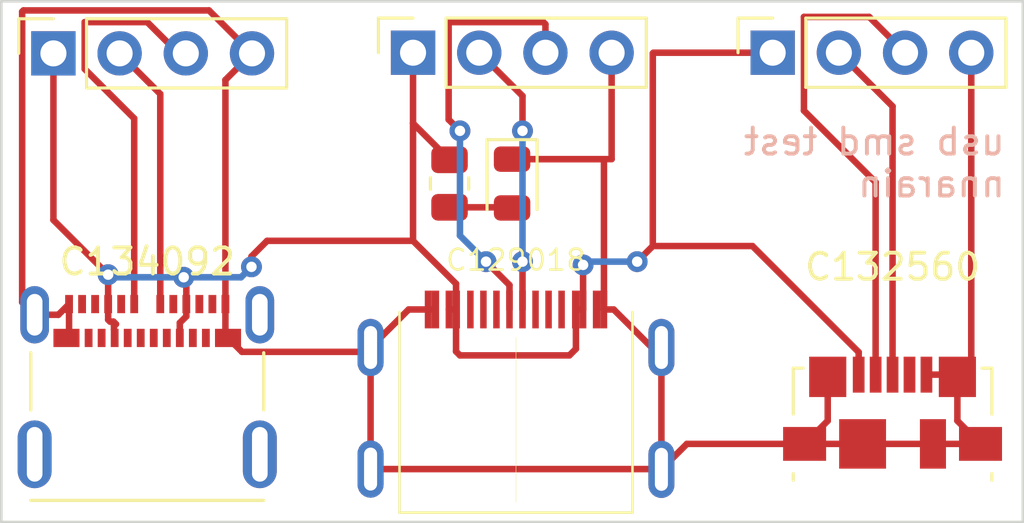
<source format=kicad_pcb>
(kicad_pcb (version 20211014) (generator pcbnew)
  (layers (0 "F.Cu" signal) (31 "B.Cu" signal) (34 "B.Paste" user) (35 "F.Paste" user) (36 "B.SilkS" user "B.Silkscreen") (37 "F.SilkS" user "F.Silkscreen") (38 "B.Mask" user) (39 "F.Mask" user) (44 "Edge.Cuts" user))
  (net 0 "")
  (net 1 "GND")
  (net 2 "VBUS")
  (net 3 "Net-(J1-Pad2)")
  (net 4 "Net-(J1-Pad3)")
  (net 5 "Net-(J2-Pad2)")
  (net 6 "Net-(J2-Pad3)")
  (net 7 "Net-(J3-Pad2)")
  (net 8 "Net-(J3-Pad3)")
  (net 14 "Net-(D1-Pad2)")
  (footprint "Connector_USB:USB_Micro-B_Molex_47346-0001" (layer "F.Cu") (at 127.4 97.2)
    (fp_text reference "J3" hide)
    (fp_text value "C132560" (at 0 -5.6 180) (layer "F.SilkS"))
    (fp_line (start 3.81 2.34) (end 3.81 2.6) (layer "F.SilkS") (width 0.12))
    (fp_line (start -3.81 2.6) (end -3.81 2.34) (layer "F.SilkS") (width 0.12))
    (fp_line (start 3.81 -1.71) (end 3.43 -1.71) (layer "F.SilkS") (width 0.12))
    (fp_line (start -3.81 -1.71) (end -3.43 -1.71) (layer "F.SilkS") (width 0.12))
    (fp_line (start -3.81 0.06) (end -3.81 -1.71) (layer "F.SilkS") (width 0.12))
    (fp_line (start 3.81 -1.71) (end 3.81 0.06) (layer "F.SilkS") (width 0.12))
    (pad "1" smd rect locked (at -1.3 -1.46) (size 0.45 1.38) (layers "F.Cu" "F.Paste" "F.Mask") (net 2 "VBUS"))
    (pad "2" smd rect locked (at -0.65 -1.46) (size 0.45 1.38) (layers "F.Cu" "F.Paste" "F.Mask") (net 7 "Net-(J3-Pad2)"))
    (pad "3" smd rect locked (at 0 -1.46) (size 0.45 1.38) (layers "F.Cu" "F.Paste" "F.Mask") (net 8 "Net-(J3-Pad3)"))
    (pad "4" smd rect locked (at 0.65 -1.46) (size 0.45 1.38) (layers "F.Cu" "F.Paste" "F.Mask"))
    (pad "5" smd rect locked (at 1.3 -1.46) (size 0.45 1.38) (layers "F.Cu" "F.Paste" "F.Mask") (net 1 "GND"))
    (pad "6" smd rect locked (at -1.15 1.2) (size 1.8 1.9) (layers "F.Cu" "F.Paste" "F.Mask") (net 1 "GND"))
    (pad "6" smd rect locked (at 3.375 1.2) (size 1.65 1.3) (layers "F.Cu" "F.Paste" "F.Mask") (net 1 "GND"))
    (pad "6" smd rect locked (at -2.4875 -1.375) (size 1.425 1.55) (layers "F.Cu" "F.Paste" "F.Mask") (net 1 "GND"))
    (pad "6" smd rect locked (at 1.55 1.2) (size 1 1.9) (layers "F.Cu" "F.Paste" "F.Mask") (net 1 "GND"))
    (pad "6" smd rect locked (at 2.4875 -1.375) (size 1.425 1.55) (layers "F.Cu" "F.Paste" "F.Mask") (net 1 "GND"))
    (pad "6" smd rect locked (at -3.375 1.2) (size 1.65 1.3) (layers "F.Cu" "F.Paste" "F.Mask") (net 1 "GND"))
  )
  (footprint "ki-usb-connectors:MOLEX_105450-0101" (layer "F.Cu") (at 98.8 96.8)
    (fp_text reference "P1" hide)
    (fp_text value "C134092" (at 0 -5.4) (layer "F.SilkS") (effects (font (size 1.003504 1.003504))))
    (fp_line (start 4.47 0.3) (end 4.47 -1.9) (layer "F.SilkS") (width 0.127))
    (fp_line (start -4.47 3.77) (end 4.47 3.77) (layer "F.SilkS") (width 0.127))
    (fp_line (start -4.47 0.3) (end -4.47 -1.9) (layer "F.SilkS") (width 0.127))
    (pad "A1" smd rect (at -3 -3.77) (size 0.3 0.7) (layers "F.Cu" "F.Paste" "F.Mask") (net 1 "GND"))
    (pad "A2" smd rect (at -2.5 -3.77) (size 0.3 0.7) (layers "F.Cu" "F.Paste" "F.Mask"))
    (pad "A3" smd rect (at -2 -3.77) (size 0.3 0.7) (layers "F.Cu" "F.Paste" "F.Mask"))
    (pad "A4" smd rect (at -1.5 -3.77) (size 0.3 0.7) (layers "F.Cu" "F.Paste" "F.Mask") (net 2 "VBUS"))
    (pad "A5" smd rect (at -1 -3.77) (size 0.3 0.7) (layers "F.Cu" "F.Paste" "F.Mask"))
    (pad "A6" smd rect (at -0.5 -3.77) (size 0.3 0.7) (layers "F.Cu" "F.Paste" "F.Mask") (net 4 "Net-(J1-Pad3)"))
    (pad "A7" smd rect (at 0.5 -3.77) (size 0.3 0.7) (layers "F.Cu" "F.Paste" "F.Mask") (net 3 "Net-(J1-Pad2)"))
    (pad "A8" smd rect (at 1 -3.77) (size 0.3 0.7) (layers "F.Cu" "F.Paste" "F.Mask"))
    (pad "A9" smd rect (at 1.5 -3.77) (size 0.3 0.7) (layers "F.Cu" "F.Paste" "F.Mask") (net 2 "VBUS"))
    (pad "A10" smd rect (at 2 -3.77) (size 0.3 0.7) (layers "F.Cu" "F.Paste" "F.Mask"))
    (pad "A11" smd rect (at 2.5 -3.77) (size 0.3 0.7) (layers "F.Cu" "F.Paste" "F.Mask"))
    (pad "A12" smd rect (at 3 -3.77) (size 0.3 0.7) (layers "F.Cu" "F.Paste" "F.Mask") (net 1 "GND"))
    (pad "B1" smd rect (at 3.1 -2.47) (size 1 0.7) (layers "F.Cu" "F.Paste" "F.Mask") (net 1 "GND") (clearance 0.15))
    (pad "B2" smd rect (at 2.25 -2.47) (size 0.3 0.7) (layers "F.Cu" "F.Paste" "F.Mask"))
    (pad "B3" smd rect (at 1.75 -2.47) (size 0.3 0.7) (layers "F.Cu" "F.Paste" "F.Mask"))
    (pad "B4" smd rect (at 1.25 -2.47) (size 0.3 0.7) (layers "F.Cu" "F.Paste" "F.Mask") (net 2 "VBUS"))
    (pad "B5" smd rect (at 0.75 -2.47) (size 0.3 0.7) (layers "F.Cu" "F.Paste" "F.Mask"))
    (pad "B6" smd rect (at 0.25 -2.47) (size 0.3 0.7) (layers "F.Cu" "F.Paste" "F.Mask"))
    (pad "B7" smd rect (at -0.25 -2.47) (size 0.3 0.7) (layers "F.Cu" "F.Paste" "F.Mask"))
    (pad "B8" smd rect (at -0.75 -2.47) (size 0.3 0.7) (layers "F.Cu" "F.Paste" "F.Mask"))
    (pad "B9" smd rect (at -1.25 -2.47) (size 0.3 0.7) (layers "F.Cu" "F.Paste" "F.Mask") (net 2 "VBUS"))
    (pad "B10" smd rect (at -1.75 -2.47) (size 0.3 0.7) (layers "F.Cu" "F.Paste" "F.Mask"))
    (pad "B11" smd rect (at -2.25 -2.47) (size 0.3 0.7) (layers "F.Cu" "F.Paste" "F.Mask"))
    (pad "B12" smd rect (at -3.1 -2.47) (size 1 0.7) (layers "F.Cu" "F.Paste" "F.Mask") (net 1 "GND"))
    (pad "S1" thru_hole oval (at -4.32 -3.36) (size 1.1 2.2) (drill oval 0.6 1.6) (layers *.Cu *.Mask) (net 1 "GND"))
    (pad "S2" thru_hole oval (at 4.32 -3.36) (size 1.1 2.2) (drill oval 0.6 1.6) (layers *.Cu *.Mask))
    (pad "S3" thru_hole oval (at -4.32 2) (size 1.3 2.6) (drill oval 0.6 2.1) (layers *.Cu *.Mask))
    (pad "S4" thru_hole oval (at 4.32 2) (size 1.3 2.6) (drill oval 0.6 2.1) (layers *.Cu *.Mask))
  )
  (footprint "Connector_PinSocket_2.54mm:PinSocket_1x04_P2.54mm_Vertical" (layer "F.Cu") (at 122.8 83.375 90)
    (fp_text reference "J4" hide)
    (fp_text value "C132560")
    (fp_line (start -1.33 8.95) (end 1.33 8.95) (layer "F.SilkS") (width 0.12))
    (fp_line (start -1.33 1.27) (end 1.33 1.27) (layer "F.SilkS") (width 0.12))
    (fp_line (start 1.33 -1.33) (end 1.33 0) (layer "F.SilkS") (width 0.12))
    (fp_line (start -1.33 1.27) (end -1.33 8.95) (layer "F.SilkS") (width 0.12))
    (fp_line (start 1.33 1.27) (end 1.33 8.95) (layer "F.SilkS") (width 0.12))
    (fp_line (start 0 -1.33) (end 1.33 -1.33) (layer "F.SilkS") (width 0.12))
    (pad "1" thru_hole rect locked (at 0 0 90) (size 1.7 1.7) (drill 1) (layers *.Cu *.Mask) (net 2 "VBUS"))
    (pad "2" thru_hole oval locked (at 0 2.54 90) (size 1.7 1.7) (drill 1) (layers *.Cu *.Mask) (net 8 "Net-(J3-Pad3)"))
    (pad "3" thru_hole oval locked (at 0 5.08 90) (size 1.7 1.7) (drill 1) (layers *.Cu *.Mask) (net 7 "Net-(J3-Pad2)"))
    (pad "4" thru_hole oval locked (at 0 7.62 90) (size 1.7 1.7) (drill 1) (layers *.Cu *.Mask) (net 1 "GND"))
  )
  (footprint "USB-C-Connectors:TYPE-C-31-M-14" (layer "F.Cu") (at 112.95 98.3375)
    (fp_text reference "P2" hide)
    (fp_text value "C129018" (at 0 -7 -180) (layer "F.SilkS") (effects (font (size 0.8 0.8) (thickness 0.1))))
    (fp_line (start -4.47 -5) (end -4.47 2.7) (layer "F.SilkS") (width 0.1))
    (fp_line (start 0 -4.02) (end 0 2.3) (layer "F.SilkS") (width 0.02))
    (fp_line (start 4.47 -5) (end 4.47 2.7) (layer "F.SilkS") (width 0.1))
    (fp_line (start 4.47 2.7) (end -4.47 2.7) (layer "F.SilkS") (width 0.1))
    (pad "" np_thru_hole circle (at 3.75 -3.725) (size 0.65 0.65) (drill 0.65) (layers *.Cu *.Mask) (clearance 0.01))
    (pad "" np_thru_hole circle (at -3.75 -3.725) (size 0.65 0.65) (drill 0.65) (layers *.Cu *.Mask) (clearance 0.01))
    (pad "A1" smd rect (at -3.375 -5.1) (size 0.25 1.45) (layers "F.Cu" "F.Paste" "F.Mask") (net 1 "GND"))
    (pad "A4" smd rect (at -2.575 -5.1) (size 0.25 1.45) (layers "F.Cu" "F.Paste" "F.Mask") (net 2 "VBUS"))
    (pad "A5" smd rect (at -1.25 -5.1) (size 0.25 1.45) (layers "F.Cu" "F.Paste" "F.Mask"))
    (pad "A6" smd rect (at -0.25 -5.1) (size 0.25 1.45) (layers "F.Cu" "F.Paste" "F.Mask") (net 6 "Net-(J2-Pad3)"))
    (pad "A7" smd rect (at 0.25 -5.1) (size 0.25 1.45) (layers "F.Cu" "F.Paste" "F.Mask") (net 5 "Net-(J2-Pad2)"))
    (pad "A8" smd rect (at 1.25 -5.1) (size 0.25 1.45) (layers "F.Cu" "F.Paste" "F.Mask"))
    (pad "A9" smd rect (at 2.575 -5.1) (size 0.25 1.45) (layers "F.Cu" "F.Paste" "F.Mask") (net 2 "VBUS"))
    (pad "A12" smd rect (at 3.375 -5.1) (size 0.25 1.45) (layers "F.Cu" "F.Paste" "F.Mask") (net 1 "GND"))
    (pad "B1" smd rect (at 3.1 -5.1) (size 0.3 1.45) (layers "F.Cu" "F.Paste" "F.Mask") (net 1 "GND"))
    (pad "B4" smd rect (at 2.3 -5.1) (size 0.3 1.45) (layers "F.Cu" "F.Paste" "F.Mask") (net 2 "VBUS"))
    (pad "B5" smd rect (at 1.75 -5.1) (size 0.25 1.45) (layers "F.Cu" "F.Paste" "F.Mask"))
    (pad "B6" smd rect (at 0.75 -5.1) (size 0.25 1.45) (layers "F.Cu" "F.Paste" "F.Mask"))
    (pad "B7" smd rect (at -0.75 -5.1) (size 0.25 1.45) (layers "F.Cu" "F.Paste" "F.Mask"))
    (pad "B8" smd rect (at -1.75 -5.1) (size 0.25 1.45) (layers "F.Cu" "F.Paste" "F.Mask"))
    (pad "B9" smd rect (at -2.3 -5.1) (size 0.3 1.45) (layers "F.Cu" "F.Paste" "F.Mask") (net 2 "VBUS"))
    (pad "B12" smd rect (at -3.1 -5.1) (size 0.3 1.45) (layers "F.Cu" "F.Paste" "F.Mask") (net 1 "GND"))
    (pad "S1" thru_hole roundrect (at -5.58 -3.64) (size 1 2.2) (drill oval 0.5 1.65) (layers *.Cu *.Mask) (roundrect_rratio 0.5) (net 1 "GND"))
    (pad "S1" thru_hole roundrect (at -5.58 1.03) (size 1 2.2) (drill oval 0.5 1.65) (layers *.Cu *.Mask) (roundrect_rratio 0.5) (net 1 "GND"))
    (pad "S1" thru_hole roundrect (at 5.58 -3.64) (size 1 2.2) (drill oval 0.5 1.65) (layers *.Cu *.Mask) (roundrect_rratio 0.5) (net 1 "GND"))
    (pad "S1" thru_hole roundrect (at 5.58 1.04) (size 1 2.2) (drill oval 0.5 1.65) (layers *.Cu *.Mask) (roundrect_rratio 0.5) (net 1 "GND"))
  )
  (footprint "Connector_PinSocket_2.54mm:PinSocket_1x04_P2.54mm_Vertical" (layer "F.Cu") (at 109 83.375 90)
    (fp_text reference "J2" hide)
    (fp_text value "C129018")
    (fp_line (start -1.33 8.95) (end 1.33 8.95) (layer "F.SilkS") (width 0.12))
    (fp_line (start 0 -1.33) (end 1.33 -1.33) (layer "F.SilkS") (width 0.12))
    (fp_line (start -1.33 1.27) (end 1.33 1.27) (layer "F.SilkS") (width 0.12))
    (fp_line (start 1.33 -1.33) (end 1.33 0) (layer "F.SilkS") (width 0.12))
    (fp_line (start 1.33 1.27) (end 1.33 8.95) (layer "F.SilkS") (width 0.12))
    (fp_line (start -1.33 1.27) (end -1.33 8.95) (layer "F.SilkS") (width 0.12))
    (pad "1" thru_hole rect locked (at 0 0 90) (size 1.7 1.7) (drill 1) (layers *.Cu *.Mask) (net 2 "VBUS"))
    (pad "2" thru_hole oval locked (at 0 2.54 90) (size 1.7 1.7) (drill 1) (layers *.Cu *.Mask) (net 5 "Net-(J2-Pad2)"))
    (pad "3" thru_hole oval locked (at 0 5.08 90) (size 1.7 1.7) (drill 1) (layers *.Cu *.Mask) (net 6 "Net-(J2-Pad3)"))
    (pad "4" thru_hole oval locked (at 0 7.62 90) (size 1.7 1.7) (drill 1) (layers *.Cu *.Mask) (net 1 "GND"))
  )
  (footprint "Resistor_SMD:R_0805_2012Metric" (layer "F.Cu") (at 110.4 88.4 -90)
    (fp_text reference "R1" hide)
    (fp_text value "330")
    (fp_line (start -0.227064 -0.735) (end 0.227064 -0.735) (layer "F.SilkS") (width 0.12))
    (fp_line (start -0.227064 0.735) (end 0.227064 0.735) (layer "F.SilkS") (width 0.12))
    (pad "1" smd roundrect locked (at -0.9125 0 270) (size 1.025 1.4) (layers "F.Cu" "F.Paste" "F.Mask") (roundrect_rratio 0.243902) (net 2 "VBUS"))
    (pad "2" smd roundrect locked (at 0.9125 0 270) (size 1.025 1.4) (layers "F.Cu" "F.Paste" "F.Mask") (roundrect_rratio 0.243902) (net 14 "Net-(D1-Pad2)"))
  )
  (footprint "Connector_PinSocket_2.54mm:PinSocket_1x04_P2.54mm_Vertical" (layer "F.Cu") (at 95.2 83.4 90)
    (fp_text reference "J1" hide)
    (fp_text value "C134092")
    (fp_line (start 1.33 1.27) (end 1.33 8.95) (layer "F.SilkS") (width 0.12))
    (fp_line (start 1.33 -1.33) (end 1.33 0) (layer "F.SilkS") (width 0.12))
    (fp_line (start -1.33 1.27) (end -1.33 8.95) (layer "F.SilkS") (width 0.12))
    (fp_line (start -1.33 1.27) (end 1.33 1.27) (layer "F.SilkS") (width 0.12))
    (fp_line (start -1.33 8.95) (end 1.33 8.95) (layer "F.SilkS") (width 0.12))
    (fp_line (start 0 -1.33) (end 1.33 -1.33) (layer "F.SilkS") (width 0.12))
    (pad "1" thru_hole rect locked (at 0 0 90) (size 1.7 1.7) (drill 1) (layers *.Cu *.Mask) (net 2 "VBUS"))
    (pad "2" thru_hole oval locked (at 0 2.54 90) (size 1.7 1.7) (drill 1) (layers *.Cu *.Mask) (net 3 "Net-(J1-Pad2)"))
    (pad "3" thru_hole oval locked (at 0 5.08 90) (size 1.7 1.7) (drill 1) (layers *.Cu *.Mask) (net 4 "Net-(J1-Pad3)"))
    (pad "4" thru_hole oval locked (at 0 7.62 90) (size 1.7 1.7) (drill 1) (layers *.Cu *.Mask) (net 1 "GND"))
  )
  (footprint "LED_SMD:LED_0805_2012Metric" (layer "F.Cu") (at 112.8 88.4 -90)
    (fp_text reference "D1" hide)
    (fp_text value "LED")
    (fp_line (start -1.685 0.96) (end 1 0.96) (layer "F.SilkS") (width 0.12))
    (fp_line (start 1 -0.96) (end -1.685 -0.96) (layer "F.SilkS") (width 0.12))
    (fp_line (start -1.685 -0.96) (end -1.685 0.96) (layer "F.SilkS") (width 0.12))
    (pad "1" smd roundrect locked (at -0.9375 0 270) (size 0.975 1.4) (layers "F.Cu" "F.Paste" "F.Mask") (net 1 "GND"))
    (pad "2" smd roundrect locked (at 0.9375 0 270) (size 0.975 1.4) (layers "F.Cu" "F.Paste" "F.Mask") (net 14 "Net-(D1-Pad2)"))
  )
  (gr_line (start 93.2 81.4) (end 93.2 101.4) (layer "Edge.Cuts") (width 0.1))
  (gr_line (start 132.4 101.4) (end 132.4 81.4) (layer "Edge.Cuts") (width 0.1))
  (gr_line (start 93.2 101.4) (end 132.4 101.4) (layer "Edge.Cuts") (width 0.1))
  (gr_line (start 132.4 81.4) (end 93.2 81.4) (layer "Edge.Cuts") (width 0.1))
  (gr_text "usb smd test\nnnarain" (at 131.8 87.6) (layer "B.SilkS") (effects (font (size 1 1)) (justify left mirror)))
  (segment (start 128.95 98.4) (end 130.775 98.4) (width 0.25) (layer "F.Cu") (net 1))
  (segment (start 118.53 94.6975) (end 118.53 99.3775) (width 0.25) (layer "F.Cu") (net 1))
  (segment (start 124.9125 95.825) (end 124.9125 97.5125) (width 0.25) (layer "F.Cu") (net 1))
  (segment (start 94.48 93.44) (end 95.39 93.44) (width 0.25) (layer "F.Cu") (net 1))
  (segment (start 95.8 93.03) (end 95.8 94.23) (width 0.25) (layer "F.Cu") (net 1))
  (segment (start 129.8875 95.825) (end 129.8875 97.5125) (width 0.25) (layer "F.Cu") (net 1))
  (segment (start 116.325 87.5375) (end 116.325 93.2375) (width 0.25) (layer "F.Cu") (net 1))
  (segment (start 118.16 94.6975) (end 118.53 94.6975) (width 0.25) (layer "F.Cu") (net 1))
  (segment (start 108.83 93.2375) (end 109.85 93.2375) (width 0.25) (layer "F.Cu") (net 1))
  (segment (start 124.9125 97.5125) (end 124.025 98.4) (width 0.25) (layer "F.Cu") (net 1))
  (segment (start 94 81.8) (end 94.04952 81.75048) (width 0.25) (layer "F.Cu") (net 1))
  (segment (start 102.82 83.4) (end 101.8 84.42) (width 0.25) (layer "F.Cu") (net 1))
  (segment (start 101.8 84.42) (end 101.8 93.03) (width 0.25) (layer "F.Cu") (net 1))
  (segment (start 130.42 95.2925) (end 129.8875 95.825) (width 0.25) (layer "F.Cu") (net 1))
  (segment (start 107.37 99.3675) (end 118.52 99.3675) (width 0.25) (layer "F.Cu") (net 1))
  (segment (start 119.5075 98.4) (end 124.025 98.4) (width 0.25) (layer "F.Cu") (net 1))
  (segment (start 95.39 93.44) (end 95.8 93.03) (width 0.25) (layer "F.Cu") (net 1))
  (segment (start 95.8 94.23) (end 95.7 94.33) (width 0.25) (layer "F.Cu") (net 1))
  (segment (start 112.8 87.4625) (end 116.4 87.4625) (width 0.25) (layer "F.Cu") (net 1))
  (segment (start 118.52 99.3675) (end 118.53 99.3775) (width 0.25) (layer "F.Cu") (net 1))
  (segment (start 129.8875 97.5125) (end 130.775 98.4) (width 0.25) (layer "F.Cu") (net 1))
  (segment (start 112.8 87.4625) (end 116.62 87.4625) (width 0.25) (layer "F.Cu") (net 1))
  (segment (start 101.17048 81.75048) (end 102.82 83.4) (width 0.25) (layer "F.Cu") (net 1))
  (segment (start 116.62 87.4625) (end 116.62 83.375) (width 0.25) (layer "F.Cu") (net 1))
  (segment (start 116.4 87.4625) (end 116.325 87.5375) (width 0.25) (layer "F.Cu") (net 1))
  (segment (start 116.7 93.2375) (end 118.16 94.6975) (width 0.25) (layer "F.Cu") (net 1))
  (segment (start 107.37 94.6975) (end 108.83 93.2375) (width 0.25) (layer "F.Cu") (net 1))
  (segment (start 101.9 94.33) (end 102.43452 94.86452) (width 0.25) (layer "F.Cu") (net 1))
  (segment (start 118.53 99.3775) (end 119.5075 98.4) (width 0.25) (layer "F.Cu") (net 1))
  (segment (start 107.37 94.6975) (end 107.37 99.3675) (width 0.25) (layer "F.Cu") (net 1))
  (segment (start 128.7 95.74) (end 129.8025 95.74) (width 0.25) (layer "F.Cu") (net 1))
  (segment (start 107.20298 94.86452) (end 107.37 94.6975) (width 0.25) (layer "F.Cu") (net 1))
  (segment (start 94.04952 81.75048) (end 101.17048 81.75048) (width 0.25) (layer "F.Cu") (net 1))
  (segment (start 129.8025 95.74) (end 129.8875 95.825) (width 0.25) (layer "F.Cu") (net 1))
  (segment (start 102.43452 94.86452) (end 107.20298 94.86452) (width 0.25) (layer "F.Cu") (net 1))
  (segment (start 116.325 93.2375) (end 116.7 93.2375) (width 0.25) (layer "F.Cu") (net 1))
  (segment (start 101.8 94.23) (end 101.9 94.33) (width 0.25) (layer "F.Cu") (net 1))
  (segment (start 126.25 98.4) (end 128.95 98.4) (width 0.25) (layer "F.Cu") (net 1))
  (segment (start 94 92.96) (end 94 81.8) (width 0.25) (layer "F.Cu") (net 1))
  (segment (start 101.8 93.03) (end 101.8 94.23) (width 0.25) (layer "F.Cu") (net 1))
  (segment (start 124.025 98.4) (end 126.25 98.4) (width 0.25) (layer "F.Cu") (net 1))
  (segment (start 130.42 83.375) (end 130.42 95.2925) (width 0.25) (layer "F.Cu") (net 1))
  (segment (start 94.48 93.44) (end 94 92.96) (width 0.25) (layer "F.Cu") (net 1))
  (segment (start 109 83.375) (end 109 86.0875) (width 0.25) (layer "F.Cu") (net 2))
  (segment (start 110.65 93.2375) (end 110.375 93.2375) (width 0.25) (layer "F.Cu") (net 2))
  (segment (start 95.2 89.8) (end 97.3 91.9) (width 0.25) (layer "F.Cu") (net 2))
  (segment (start 100.2 92) (end 100.3 92.1) (width 0.25) (layer "F.Cu") (net 2))
  (segment (start 110.65 93.2375) (end 110.65 94.85) (width 0.25) (layer "F.Cu") (net 2))
  (segment (start 95.2 83.4) (end 95.2 89.8) (width 0.25) (layer "F.Cu") (net 2))
  (segment (start 100.3 93.03) (end 100.3 93.5) (width 0.25) (layer "F.Cu") (net 2))
  (segment (start 97.6 93.8) (end 97.524511 93.875489) (width 0.25) (layer "F.Cu") (net 2))
  (segment (start 115.25 94.75) (end 115.25 93.2375) (width 0.25) (layer "F.Cu") (net 2))
  (segment (start 118.2 90.8) (end 118.2 83.4) (width 0.25) (layer "F.Cu") (net 2))
  (segment (start 110.65 94.85) (end 110.8 95) (width 0.25) (layer "F.Cu") (net 2))
  (segment (start 97.3 93.03) (end 97.3 91.9) (width 0.25) (layer "F.Cu") (net 2))
  (segment (start 100.05 93.75) (end 100.05 94.33) (width 0.25) (layer "F.Cu") (net 2))
  (segment (start 97.3 93.63) (end 97.374511 93.704511) (width 0.25) (layer "F.Cu") (net 2))
  (segment (start 97.524511 93.875489) (end 97.524511 94) (width 0.25) (layer "F.Cu") (net 2))
  (segment (start 110.65 93.2375) (end 110.65 92.25) (width 0.25) (layer "F.Cu") (net 2))
  (segment (start 109 86.0875) (end 110.4 87.4875) (width 0.25) (layer "F.Cu") (net 2))
  (segment (start 103.4 90.6) (end 109 90.6) (width 0.25) (layer "F.Cu") (net 2))
  (segment (start 97.374511 93.704511) (end 97.504511 93.704511) (width 0.25) (layer "F.Cu") (net 2))
  (segment (start 118.2 83.4) (end 118.225 83.375) (width 0.25) (layer "F.Cu") (net 2))
  (segment (start 102.8 91.6) (end 102.8 91.2) (width 0.25) (layer "F.Cu") (net 2))
  (segment (start 115 95) (end 115.25 94.75) (width 0.25) (layer "F.Cu") (net 2))
  (segment (start 126.1 94.875978) (end 126.1 95.74) (width 0.25) (layer "F.Cu") (net 2))
  (segment (start 117.6 91.4) (end 118.2 90.8) (width 0.25) (layer "F.Cu") (net 2))
  (segment (start 115.525 93.2375) (end 115.525 91.525) (width 0.25) (layer "F.Cu") (net 2))
  (segment (start 97.3 93.03) (end 97.3 93.63) (width 0.25) (layer "F.Cu") (net 2))
  (segment (start 122.024022 90.8) (end 126.1 94.875978) (width 0.25) (layer "F.Cu") (net 2))
  (segment (start 118.2 90.8) (end 122.024022 90.8) (width 0.25) (layer "F.Cu") (net 2))
  (segment (start 110.65 92.25) (end 109 90.6) (width 0.25) (layer "F.Cu") (net 2))
  (segment (start 109 90.6) (end 109 86.0875) (width 0.25) (layer "F.Cu") (net 2))
  (segment (start 100.3 92.1) (end 100.3 93.03) (width 0.25) (layer "F.Cu") (net 2))
  (segment (start 102.8 91.2) (end 103.4 90.6) (width 0.25) (layer "F.Cu") (net 2))
  (segment (start 110.8 95) (end 115 95) (width 0.25) (layer "F.Cu") (net 2))
  (segment (start 97.504511 93.704511) (end 97.6 93.8) (width 0.25) (layer "F.Cu") (net 2))
  (segment (start 100.3 93.5) (end 100.05 93.75) (width 0.25) (layer "F.Cu") (net 2))
  (segment (start 115.25 93.2375) (end 115.525 93.2375) (width 0.25) (layer "F.Cu") (net 2))
  (segment (start 118.225 83.375) (end 122.8 83.375) (width 0.25) (layer "F.Cu") (net 2))
  (via (at 102.8 91.6) (size 0.8) (drill 0.4) (layers "F.Cu" "B.Cu") (net 2))
  (via (at 100.2 92) (size 0.8) (drill 0.4) (layers "F.Cu" "B.Cu") (net 2))
  (via (at 117.6 91.4) (size 0.8) (drill 0.4) (layers "F.Cu" "B.Cu") (net 2))
  (via (at 97.3 91.9) (size 0.8) (drill 0.4) (layers "F.Cu" "B.Cu") (net 2))
  (via (at 115.525 91.525) (size 0.8) (drill 0.4) (layers "F.Cu" "B.Cu") (net 2))
  (segment (start 115.65 91.4) (end 117.6 91.4) (width 0.25) (layer "B.Cu") (net 2))
  (segment (start 100.2 92) (end 102.4 92) (width 0.25) (layer "B.Cu") (net 2))
  (segment (start 97.3 91.9) (end 97.4 92) (width 0.25) (layer "B.Cu") (net 2))
  (segment (start 115.525 91.525) (end 115.65 91.4) (width 0.25) (layer "B.Cu") (net 2))
  (segment (start 97.4 92) (end 100.2 92) (width 0.25) (layer "B.Cu") (net 2))
  (segment (start 102.4 92) (end 102.8 91.6) (width 0.25) (layer "B.Cu") (net 2))
  (segment (start 99.3 93.03) (end 99.3 84.96) (width 0.25) (layer "F.Cu") (net 3))
  (segment (start 99.3 84.96) (end 97.74 83.4) (width 0.25) (layer "F.Cu") (net 3))
  (segment (start 98.3 93.03) (end 98.3 85.9) (width 0.25) (layer "F.Cu") (net 4))
  (segment (start 96.4 84) (end 96.4 82.2) (width 0.25) (layer "F.Cu") (net 4))
  (segment (start 98.3 85.9) (end 96.4 84) (width 0.25) (layer "F.Cu") (net 4))
  (segment (start 96.4 82.2) (end 98.8 82.2) (width 0.25) (layer "F.Cu") (net 4))
  (segment (start 98.8 82.2) (end 100 83.4) (width 0.25) (layer "F.Cu") (net 4))
  (segment (start 100 83.4) (end 100.28 83.4) (width 0.25) (layer "F.Cu") (net 4))
  (segment (start 113.2 86.3755) (end 113.2 85.035) (width 0.25) (layer "F.Cu") (net 5))
  (segment (start 113.2 85.035) (end 111.54 83.375) (width 0.25) (layer "F.Cu") (net 5))
  (segment (start 113.2 93.2375) (end 113.2 91.4) (width 0.25) (layer "F.Cu") (net 5))
  (via (at 113.2 86.3755) (size 0.8) (drill 0.4) (layers "F.Cu" "B.Cu") (net 5))
  (via (at 113.2 91.4) (size 0.8) (drill 0.4) (layers "F.Cu" "B.Cu") (net 5))
  (segment (start 113.2 91.4) (end 113.2 86.3755) (width 0.25) (layer "B.Cu") (net 5))
  (segment (start 114 82.2) (end 114.08 82.28) (width 0.25) (layer "F.Cu") (net 6))
  (segment (start 110.365489 85.940989) (end 110.365489 82.234511) (width 0.25) (layer "F.Cu") (net 6))
  (segment (start 110.4 82.2) (end 114 82.2) (width 0.25) (layer "F.Cu") (net 6))
  (segment (start 110.8 86.3755) (end 110.365489 85.940989) (width 0.25) (layer "F.Cu") (net 6))
  (segment (start 112.7 92.3) (end 111.8 91.4) (width 0.25) (layer "F.Cu") (net 6))
  (segment (start 112.7 93.2375) (end 112.7 92.3) (width 0.25) (layer "F.Cu") (net 6))
  (segment (start 110.365489 82.234511) (end 110.4 82.2) (width 0.25) (layer "F.Cu") (net 6))
  (segment (start 114.08 82.28) (end 114.08 83.375) (width 0.25) (layer "F.Cu") (net 6))
  (via (at 110.8 86.3755) (size 0.8) (drill 0.4) (layers "F.Cu" "B.Cu") (net 6))
  (via (at 111.8 91.4) (size 0.8) (drill 0.4) (layers "F.Cu" "B.Cu") (net 6))
  (segment (start 110.8 90.4) (end 110.8 86.3755) (width 0.25) (layer "B.Cu") (net 6))
  (segment (start 111.8 91.4) (end 110.8 90.4) (width 0.25) (layer "B.Cu") (net 6))
  (segment (start 126.505 82) (end 127.88 83.375) (width 0.25) (layer "F.Cu") (net 7))
  (segment (start 124 85.6) (end 124 82) (width 0.25) (layer "F.Cu") (net 7))
  (segment (start 126.75 95.74) (end 126.75 88.35) (width 0.25) (layer "F.Cu") (net 7))
  (segment (start 124 82) (end 126.505 82) (width 0.25) (layer "F.Cu") (net 7))
  (segment (start 126.75 88.35) (end 124 85.6) (width 0.25) (layer "F.Cu") (net 7))
  (segment (start 127.4 95.74) (end 127.4 85.435) (width 0.25) (layer "F.Cu") (net 8))
  (segment (start 127.4 85.435) (end 125.34 83.375) (width 0.25) (layer "F.Cu") (net 8))
  (segment (start 110.4 89.3125) (end 112.775 89.3125) (width 0.25) (layer "F.Cu") (net 14))
  (segment (start 112.775 89.3125) (end 112.8 89.3375) (width 0.25) (layer "F.Cu") (net 14))
)
</source>
